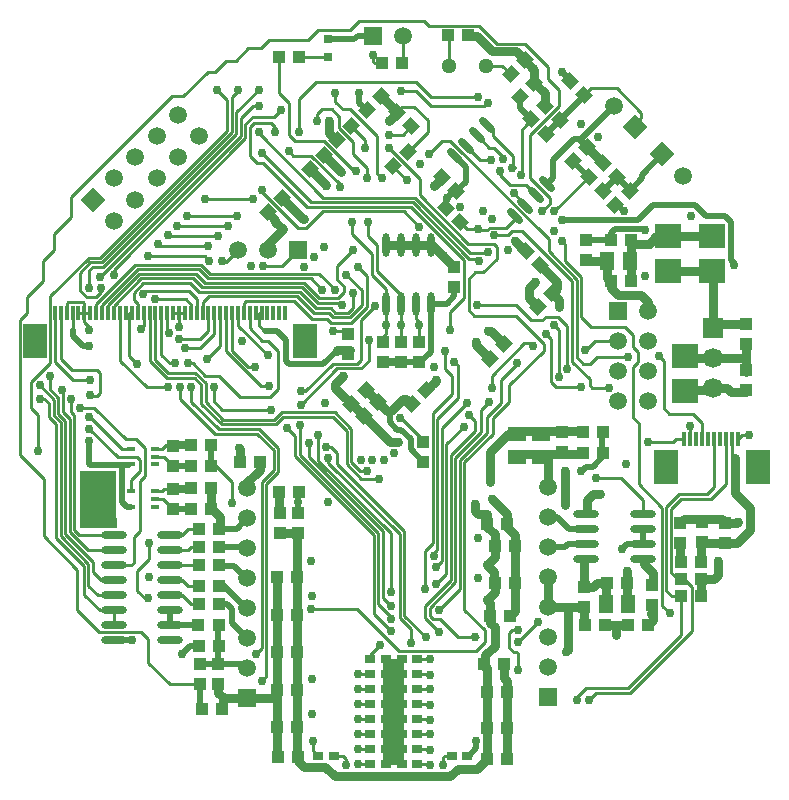
<source format=gtl>
%FSDAX23Y23*%
%MOIN*%
%SFA1B1*%

%IPPOS*%
%AMD13*
4,1,4,0.006900,-0.023600,0.023600,-0.006900,-0.006900,0.023600,-0.023600,0.006900,0.006900,-0.023600,0.0*
1,1,0.023600,0.015300,-0.015300*
1,1,0.023600,-0.015300,0.015300*
%
%AMD17*
4,1,4,-0.001300,0.029200,-0.029200,0.001300,0.001300,-0.029200,0.029200,-0.001300,-0.001300,0.029200,0.0*
%
%AMD18*
4,1,4,0.029200,0.001300,0.001300,0.029200,-0.029200,-0.001300,-0.001300,-0.029200,0.029200,0.001300,0.0*
%
%AMD35*
4,1,4,-0.041700,0.000000,0.000000,-0.041700,0.041700,0.000000,0.000000,0.041700,-0.041700,0.000000,0.0*
%
%AMD40*
4,1,4,0.000000,-0.041700,0.041700,0.000000,0.000000,0.041700,-0.041700,0.000000,0.000000,-0.041700,0.0*
%
%ADD10R,0.039400X0.043300*%
%ADD11R,0.043300X0.039400*%
%ADD12R,0.031500X0.031500*%
G04~CAMADD=13~3~0.0~0.0~236.0~669.0~0.0~0.0~0~0.0~0.0~0.0~0.0~0~0.0~0.0~0.0~0.0~0~0.0~0.0~0.0~225.0~540.0~540.0*
%ADD13D13*%
%ADD14O,0.023600X0.078700*%
%ADD15O,0.086600X0.023600*%
%ADD16R,0.027600X0.015700*%
G04~CAMADD=17~9~0.0~0.0~394.0~433.0~0.0~0.0~0~0.0~0.0~0.0~0.0~0~0.0~0.0~0.0~0.0~0~0.0~0.0~0.0~45.0~584.0~583.0*
%ADD17D17*%
G04~CAMADD=18~9~0.0~0.0~394.0~433.0~0.0~0.0~0~0.0~0.0~0.0~0.0~0~0.0~0.0~0.0~0.0~0~0.0~0.0~0.0~315.0~584.0~583.0*
%ADD18D18*%
%ADD19R,0.035400X0.027600*%
%ADD20R,0.059100X0.059100*%
%ADD21C,0.059100*%
%ADD22R,0.013800X0.049200*%
%ADD23R,0.086600X0.078700*%
%ADD24R,0.051200X0.059100*%
%ADD25R,0.059100X0.051200*%
%ADD26R,0.011800X0.049200*%
%ADD27C,0.010000*%
%ADD28C,0.020000*%
%ADD29C,0.030000*%
%ADD30R,0.078700X0.118100*%
%ADD31R,0.051400X0.353600*%
%ADD32R,0.121000X0.075000*%
%ADD33R,0.121000X0.130000*%
%ADD34R,0.122000X0.038000*%
G04~CAMADD=35~10~0.0~590.4~0.0~0.0~0.0~0.0~0~0.0~0.0~0.0~0.0~0~0.0~0.0~0.0~0.0~0~0.0~0.0~0.0~135.0~590.4~0.0*
%ADD35D35*%
%ADD36C,0.051200*%
%ADD37R,0.059100X0.059100*%
%ADD38R,0.066900X0.066900*%
%ADD39C,0.066900*%
G04~CAMADD=40~10~0.0~590.4~0.0~0.0~0.0~0.0~0~0.0~0.0~0.0~0.0~0~0.0~0.0~0.0~0.0~0~0.0~0.0~0.0~225.0~590.4~0.0*
%ADD40D40*%
%ADD41C,0.030000*%
%LNde-020717-1*%
%LPD*%
G54D10*
X03885Y03148D03*
Y03081D03*
X03880Y01925D03*
Y01991D03*
X02865Y02171D03*
Y02238D03*
X03330Y02808D03*
Y02741D03*
X04105Y01998D03*
Y01931D03*
X02600Y01735D03*
Y01668D03*
X03210Y02741D03*
Y02808D03*
X03270Y02741D03*
Y02808D03*
X04420Y02715D03*
Y02648D03*
Y02801D03*
Y02868D03*
X03447Y03059D03*
Y02992D03*
X04350Y02207D03*
Y02140D03*
X04200Y02207D03*
Y02140D03*
X02509Y02319D03*
Y02252D03*
X02660Y01668D03*
Y01735D03*
X02509Y02464D03*
Y02397D03*
X03344Y02409D03*
Y02476D03*
X02925Y02238D03*
Y02171D03*
X03092Y02837D03*
Y02770D03*
X03805Y02441D03*
Y02508D03*
X04273Y02208D03*
Y02141D03*
G54D11*
X04268Y02077D03*
X04201D03*
X03943Y02510D03*
X03876D03*
X04025Y01866D03*
X04092D03*
X02637Y02321D03*
X02570D03*
Y02251D03*
X02637D03*
X02596Y01795D03*
X02663D03*
X02661Y01865D03*
X02594D03*
X02663Y01935D03*
X02596D03*
X02663Y01995D03*
X02596D03*
X02637Y02466D03*
X02570D03*
X02663Y02065D03*
X02596D03*
X02663Y02125D03*
X02596D03*
X02663Y02185D03*
X02596D03*
X02861Y03760D03*
X02928D03*
X02570Y02396D03*
X02637D03*
X03273Y03740D03*
X03206D03*
X04270Y01961D03*
X04203D03*
X04270Y02019D03*
X04203D03*
X04036Y03150D03*
X03969D03*
X04036Y03011D03*
X03969D03*
X03948Y01865D03*
X03881D03*
X04023Y02005D03*
X03956D03*
X02673Y01585D03*
X02606D03*
X02731Y02410D03*
X02798D03*
X03492Y03831D03*
X03425D03*
X02858Y01427D03*
X02925D03*
X02856Y01525D03*
X02923D03*
X02856Y01650D03*
X02923D03*
X02856Y01775D03*
X02923D03*
X02856Y01900D03*
X02923D03*
X02856Y02025D03*
X02923D03*
X03623Y02202D03*
X03556D03*
X03648Y02130D03*
X03581D03*
X03648Y02005D03*
X03581D03*
X03876Y02440D03*
X03943D03*
X03633Y01897D03*
X03566D03*
X03613Y01735D03*
X03546D03*
X03623Y01642D03*
X03556D03*
X03623Y01521D03*
X03556D03*
X03623Y01420D03*
X03556D03*
X02928Y02310D03*
X02861D03*
G54D12*
X03025Y03819D03*
Y03760D03*
G54D13*
X03649Y03229D03*
X03684Y03264D03*
X03720Y03300D03*
X03755Y03335D03*
X03450Y03428D03*
X03485Y03463D03*
X03521Y03499D03*
X03556Y03534D03*
G54D14*
X03219Y02936D03*
X03269D03*
X03319D03*
X03369D03*
X03219Y03133D03*
X03269D03*
X03319D03*
X03369D03*
G54D15*
X03886Y02235D03*
Y02185D03*
Y02135D03*
Y02085D03*
X04075Y02235D03*
Y02185D03*
Y02135D03*
Y02085D03*
X02500Y01815D03*
Y01865D03*
Y01915D03*
Y01965D03*
Y02015D03*
Y02065D03*
Y02115D03*
Y02165D03*
X02311Y01815D03*
Y01865D03*
Y01915D03*
Y01965D03*
Y02015D03*
Y02065D03*
Y02115D03*
Y02165D03*
G54D16*
X02449Y02260D03*
Y02286D03*
Y02311D03*
X02368D03*
Y02260D03*
X02449Y02401D03*
Y02427D03*
Y02452D03*
X02368D03*
Y02401D03*
G54D17*
X03752Y03504D03*
X03704Y03551D03*
X03878Y03631D03*
X03831Y03678D03*
X03942Y03313D03*
X03895Y03360D03*
X03256Y03575D03*
X03303Y03528D03*
X03453Y03311D03*
X03406Y03358D03*
X03750Y03597D03*
X03798Y03550D03*
X03941Y03406D03*
X03988Y03359D03*
X03733Y03066D03*
X03686Y03113D03*
X03466Y03208D03*
X03419Y03255D03*
G54D18*
X03984Y03267D03*
X04031Y03314D03*
X03056Y03481D03*
X03103Y03528D03*
X03714Y03674D03*
X03667Y03627D03*
X03888Y03458D03*
X03841Y03411D03*
X03683Y03748D03*
X03636Y03701D03*
X03613Y02801D03*
X03566Y02754D03*
X03306Y02601D03*
X03353Y02648D03*
X03193Y02608D03*
X03146Y02561D03*
X03151Y02650D03*
X03104Y02603D03*
X03772Y02972D03*
X03725Y02925D03*
X03156Y03581D03*
X03203Y03628D03*
X02966Y03386D03*
X03013Y03433D03*
X02826Y03241D03*
X02873Y03288D03*
X03244Y03395D03*
X03291Y03442D03*
G54D19*
X03167Y01753D03*
X03219D03*
X03324D03*
X03273D03*
X03167Y01701D03*
X03219D03*
X03167Y01651D03*
X03219D03*
X03167Y01601D03*
X03219D03*
X03167Y01551D03*
X03219D03*
X03167Y01501D03*
X03219D03*
X03167Y01451D03*
X03219D03*
X03167Y01401D03*
X03219D03*
X03045Y01430D03*
X02994D03*
X03439D03*
X03490D03*
X03324Y01401D03*
X03273D03*
X03324Y01451D03*
X03273D03*
X03324Y01501D03*
X03273D03*
X03324Y01551D03*
X03273D03*
X03324Y01601D03*
X03273D03*
X03324Y01651D03*
X03273D03*
X03324Y01701D03*
X03273D03*
G54D20*
X02925Y03115D03*
X03175Y03830D03*
G54D21*
X02825Y03115D03*
X02725D03*
X02596Y03496D03*
X02525Y03567D03*
Y03425D03*
X02455Y03496D03*
Y03355D03*
X02384Y03425D03*
Y03284D03*
X02313Y03355D03*
Y03213D03*
X03275Y03830D03*
X03760Y02325D03*
Y02225D03*
Y02125D03*
Y02025D03*
Y01925D03*
Y01825D03*
Y01725D03*
X02757Y02321D03*
Y02221D03*
Y02121D03*
Y02021D03*
Y01921D03*
Y01821D03*
Y01721D03*
X03979Y03595D03*
X04210Y03364D03*
X04093Y02911D03*
X03993Y02811D03*
X04093D03*
X03993Y02711D03*
X04093D03*
X03993Y02611D03*
X04093D03*
G54D22*
X04214Y02485D03*
X04234D03*
X04254D03*
X04273D03*
X04293D03*
X04313D03*
X04332D03*
X04352D03*
X04372D03*
X04393D03*
G54D23*
X04215Y02645D03*
Y02764D03*
X04305Y03045D03*
Y03164D03*
X04160Y03045D03*
Y03164D03*
G54D24*
X03957Y03080D03*
X04032D03*
X03952Y01935D03*
X04027D03*
G54D25*
X03735Y02427D03*
Y02502D03*
X03655Y02427D03*
Y02502D03*
G54D26*
X02116Y02905D03*
X02135D03*
X02155D03*
X02175D03*
X02194D03*
X02214D03*
X02234D03*
X02253D03*
X02273D03*
X02293D03*
X02312D03*
X02332D03*
X02352D03*
X02371D03*
X02391D03*
X02411D03*
X02431D03*
X02450D03*
X02470D03*
X02490D03*
X02509D03*
X02529D03*
X02549D03*
X02568D03*
X02588D03*
X02608D03*
X02627D03*
X02647D03*
X02667D03*
X02686D03*
X02706D03*
X02726D03*
X02745D03*
X02765D03*
X02785D03*
X02805D03*
X02824D03*
X02844D03*
X02864D03*
X02883D03*
G54D27*
X03042Y02846D02*
X03095D01*
X03041Y02736D02*
X03122D01*
X02950Y02645D02*
X03041Y02736D01*
X02935Y02645D02*
X02950D01*
X02795Y02864D02*
Y02905D01*
Y02864D02*
X02815Y02845D01*
X02860Y02652D02*
Y02780D01*
X02826Y02814D02*
X02860Y02780D01*
X02807Y02814D02*
X02826D01*
X02833Y02625D02*
X02860Y02652D01*
X02623Y02751D02*
X02667Y02795D01*
Y02905*
X02175Y02904D02*
X02175Y02905D01*
X02175Y02850D02*
Y02904D01*
X02214Y02875D02*
Y02905D01*
Y02875D02*
X02230Y02860D01*
Y02850D02*
Y02860D01*
X02362Y02762D02*
Y02905D01*
Y02762D02*
X02390Y02735D01*
X02421Y02659D02*
X02491D01*
X02332Y02747D02*
X02421Y02659D01*
X02332Y02747D02*
Y02905D01*
X02490Y02845D02*
X02495Y02840D01*
X02490Y02845D02*
Y02905D01*
X02470Y02767D02*
Y02905D01*
Y02767D02*
X02498Y02740D01*
X02265Y03090D02*
X02690Y03514D01*
X02228Y03090D02*
X02265D01*
X02100Y02961D02*
X02228Y03090D01*
X02241Y03060D02*
X02277D01*
X02230Y03049D02*
X02241Y03060D01*
X02230Y02990D02*
Y03049D01*
X02271Y03075D02*
X02705Y03508D01*
X02234Y03075D02*
X02271D01*
X02200Y03040D02*
X02234Y03075D01*
X02277Y03060D02*
X02720Y03502D01*
X02690Y03514D02*
Y03615D01*
X02705Y03508D02*
Y03625D01*
X02720Y03502D02*
Y03575D01*
X02100Y02740D02*
Y02961D01*
X02200Y02980D02*
Y03040D01*
Y02980D02*
X02221Y02959D01*
X02251*
X02529Y02860D02*
X02530Y02860D01*
X02529Y02860D02*
Y02905D01*
X02548Y02788D02*
X02598D01*
X02647Y02837*
Y02905*
X02627Y02847D02*
Y02905D01*
X02311Y03032D02*
Y03050D01*
X02268Y02976D02*
Y02989D01*
X02251Y02959D02*
X02268Y02976D01*
X02253Y02935D02*
X02384Y03066D01*
X02559Y02738D02*
X02575D01*
X02617Y02696*
X02498Y02740D02*
X02515D01*
X02493Y02707D02*
X02584D01*
X02450Y02749D02*
X02493Y02707D01*
X02450Y02749D02*
Y02905D01*
X02489Y02688D02*
X02582D01*
X02431Y02746D02*
X02489Y02688D01*
X02431Y02746D02*
Y02905D01*
X04238Y01847D02*
Y01991D01*
X04031Y01640D02*
X04238Y01847D01*
X03480Y01916D02*
X03549Y01848D01*
Y01809D02*
Y01848D01*
X03520Y01780D02*
X03549Y01809D01*
X03480Y01916D02*
Y02409D01*
X03263Y01780D02*
X03520D01*
X02626Y03710D02*
X02649D01*
X02544Y03628D02*
X02626Y03710D01*
X02506Y03628D02*
X02544D01*
X03590Y03804D02*
X03681D01*
X03530Y03864D02*
X03590Y03804D01*
X03805Y03145D02*
X03815Y03135D01*
X02915Y02430D02*
X03178Y02167D01*
X02915Y02430D02*
Y02497D01*
X03178Y01902D02*
Y02167D01*
X02932Y02433D02*
Y02533D01*
Y02433D02*
X03193Y02173D01*
X02961Y02426D02*
Y02474D01*
Y02426D02*
X03208Y02179D01*
X02994Y02414D02*
Y02500D01*
Y02414D02*
X03235Y02173D01*
Y01975D02*
Y02173D01*
X03208Y01957D02*
Y02179D01*
X03193Y01935D02*
Y02173D01*
X02649Y02504D02*
X02790D01*
X02533Y02620D02*
X02649Y02504D01*
X02661Y02519D02*
X02797D01*
X02570Y02610D02*
X02661Y02519D01*
X02570Y02610D02*
Y02660D01*
X02651Y02396D02*
X02706Y02341D01*
X02637Y02396D02*
X02651D01*
X02706Y02272D02*
Y02341D01*
X03363Y03436D02*
Y03437D01*
X03405Y03479*
X03434*
X03761Y03152*
X03525Y03185D02*
X03526Y03184D01*
X03558*
X03564Y03190*
X03620*
X03652Y03222*
X03270Y02555D02*
X03345Y02480D01*
X02850Y03510D02*
Y03525D01*
X02705Y03625D02*
X02733Y03653D01*
X03516Y03041D02*
X03544D01*
X03530Y03080D02*
Y03087D01*
X03220Y02865D02*
Y02935D01*
Y02835D02*
Y02865D01*
X03210Y02825D02*
X03220Y02835D01*
X03210Y02808D02*
Y02825D01*
X03330Y02865D02*
D01*
Y02808D02*
Y02865D01*
Y02875D01*
X03319Y02885D02*
X03330Y02875D01*
X03319Y02885D02*
Y02936D01*
X03700Y02805D02*
X03710Y02795D01*
X03652Y03222D02*
X03656D01*
X03460Y02621D02*
Y02731D01*
X03415Y02720D02*
X03440Y02695D01*
Y02636D02*
Y02695D01*
X03415Y02720D02*
Y02779D01*
X03447Y02744D02*
X03460Y02731D01*
X03363Y01601D02*
X03365Y01599D01*
X03127Y01701D02*
X03170D01*
X03321Y01401D02*
X03364D01*
X03321Y01451D02*
X03364D01*
X03321Y01501D02*
X03365D01*
X03321Y01551D02*
X03364D01*
X03321Y01601D02*
X03363D01*
X03321Y01651D02*
X03365D01*
X03321Y01701D02*
X03364D01*
Y01753D02*
X03365Y01752D01*
X03320Y01753D02*
X03364D01*
X03127Y01401D02*
X03170D01*
X03127Y01451D02*
X03170D01*
X03127Y01501D02*
X03170D01*
X03127Y01551D02*
X03170D01*
X03127Y01601D02*
X03170D01*
X03127Y01651D02*
X03170D01*
X03108Y02972D02*
X03110D01*
X03270Y02808D02*
Y02865D01*
X03269Y02865D02*
Y02936D01*
X02928Y03760D02*
X03024D01*
X03025Y03760*
X03429Y03730D02*
Y03832D01*
X02500Y02165D02*
X02540D01*
X02560Y02185*
X02596*
X02570Y02125D02*
X02596D01*
X02560Y02115D02*
X02570Y02125D01*
X02500Y02115D02*
X02560D01*
X02500Y02065D02*
X02596D01*
X02500Y02015D02*
X02540D01*
X02560Y01995*
X02596*
X02500Y01965D02*
X02540D01*
X02570Y01935*
X02596*
X02660Y01861D02*
X02663Y01865D01*
X03651Y03298D02*
X03684Y03264D01*
X03485Y03463D02*
X03532Y03417D01*
X03568*
X03681Y03113D02*
X03686D01*
X03205Y03738D02*
X03206Y03740D01*
X03265Y02555D02*
X03270D01*
X03103Y03528D02*
X03150Y03482D01*
Y03455D02*
Y03482D01*
X02449Y02286D02*
X02475D01*
X02509Y02252*
X02449Y02311D02*
X02471D01*
X02480Y02320*
X02508*
X02509Y02319*
X02449Y02427D02*
X02479D01*
X02509Y02397*
X02449Y02452D02*
X02472D01*
X02485Y02465*
X02509D02*
X02510Y02466D01*
X02485Y02465D02*
X02509D01*
X03386Y02003D02*
X03420Y02037D01*
X03395Y01915D02*
X03465Y01985D01*
X03385Y02060D02*
X03405Y02080D01*
X03167Y01753D02*
Y01767D01*
X03200Y01800*
X03235Y01885D02*
Y01893D01*
X02888Y02524D02*
X02915Y02497D01*
X03521Y03499D02*
X03564Y03456D01*
X03579*
X03651Y03298D02*
X03654Y03301D01*
X03649Y03306D02*
X03654Y03301D01*
X03646Y03306D02*
X03649D01*
X03600Y03365D02*
X03632Y03333D01*
X03601Y02681D02*
X03656Y02736D01*
Y02739*
X03571Y02655D02*
Y02696D01*
X03640Y01850D02*
X03660D01*
X03630Y01840D02*
X03640Y01850D01*
X03630Y01790D02*
Y01840D01*
Y01790D02*
X03645Y01775D01*
X03655*
X03660Y01770*
Y01715D02*
Y01770D01*
Y01810D02*
X03725Y01875D01*
X03770Y02675D02*
X03785Y02660D01*
X03600Y03365D02*
Y03380D01*
X03579Y03456D02*
X03610Y03425D01*
Y03420D02*
Y03425D01*
X03556Y03534D02*
X03575Y03515D01*
X03551Y03730D02*
X03607D01*
X03636Y03701*
X02970Y01920D02*
X03123D01*
X03133Y01910*
X03209Y01834*
X03545Y03595D02*
X03555Y03605D01*
X03560*
X02520Y03195D02*
X02521Y03196D01*
X02465Y03130D02*
X02625D01*
X02490Y03165D02*
X02492Y03163D01*
X02658*
X02555Y03230D02*
X02556Y03229D01*
X02724*
X02615Y03285D02*
X02775D01*
X02521Y03196D02*
X02691D01*
X02265Y01915D02*
X02311D01*
X02260Y01965D02*
X02311D01*
X02270Y02015D02*
X02311D01*
X02212Y01967D02*
X02265Y01915D01*
X02227Y01997D02*
X02260Y01965D01*
X02242Y02042D02*
X02270Y02015D01*
X02868Y03583D02*
Y03584D01*
X02420Y03095D02*
X02425D01*
X02311Y02065D02*
X02370D01*
X02170Y02575D02*
X02180Y02565D01*
X02170Y02575D02*
Y02620D01*
X02100Y02651D02*
Y02695D01*
X02065Y02620D02*
X02080D01*
X02065Y02665D02*
X02112Y02617D01*
X02100Y02651D02*
X02127Y02623D01*
X02140Y02650D02*
X02142Y02647D01*
Y02576D02*
X02165Y02553D01*
X02142Y02576D02*
Y02647D01*
X02127Y02569D02*
Y02623D01*
Y02569D02*
X02150Y02547D01*
X02112Y02563D02*
X02135Y02541D01*
X02112Y02563D02*
Y02617D01*
X02080Y02620D02*
X02095Y02605D01*
Y02560D02*
X02120Y02535D01*
X02095Y02560D02*
Y02605D01*
X02035Y02675D02*
X02100Y02740D01*
X02311Y01865D02*
Y01915D01*
X02060Y02445D02*
Y02565D01*
X02035Y02590D02*
Y02675D01*
Y02590D02*
X02060Y02565D01*
X02368Y02311D02*
Y02348D01*
X02400Y02380*
Y02415*
X02390Y02425D02*
X02400Y02415D01*
X02338Y02452D02*
X02368D01*
X02230Y02561D02*
Y02565D01*
Y02561D02*
X02338Y02452D01*
X02230Y02520D02*
X02325Y02425D01*
X02390*
X03304Y01806D02*
Y01851D01*
X03351Y01825D02*
Y01825D01*
X03350Y01930D02*
X03435Y02016D01*
X03365Y01924D02*
X03450Y02010D01*
X03350Y01890D02*
Y01930D01*
Y01890D02*
X03395Y01844D01*
X03365Y01896D02*
Y01924D01*
Y01896D02*
X03376Y01885D01*
X03400*
X03460Y01825*
X03525*
X03671Y03517D02*
X03704Y03551D01*
X03780Y03245D02*
X03895Y03360D01*
X03575Y03495D02*
Y03515D01*
X03642Y03398D02*
Y03428D01*
X03575Y03495D02*
X03642Y03428D01*
X03632Y03333D02*
X03687D01*
X03642Y03398D02*
X03650Y03390D01*
X03687Y03333D02*
X03720Y03300D01*
X03670Y03365D02*
X03671Y03366D01*
Y03517*
X03780Y03245D02*
X03780D01*
X03065Y03325D02*
Y03335D01*
X03751Y02837D02*
X03770Y02818D01*
Y02675D02*
Y02818D01*
X03571Y02696D02*
X03680Y02805D01*
X03700*
X03752Y02893D02*
X03794D01*
X03823Y02864*
X03280Y01896D02*
X03351Y01825D01*
X03265Y01890D02*
X03304Y01851D01*
X03420Y02468D02*
X03478Y02526D01*
X03405Y02523D02*
X03489Y02607D01*
X03390Y02551D02*
X03460Y02621D01*
X03375Y02571D02*
X03440Y02636D01*
X03465Y01985D02*
Y02415D01*
X03450Y02010D02*
Y02424D01*
X03435Y02016D02*
Y02433D01*
X03420Y02037D02*
Y02468D01*
X03405Y02080D02*
Y02523D01*
X03379Y02097D02*
Y02106D01*
X03390Y02117*
Y02551*
X04393Y02485D02*
X04406Y02498D01*
X04429*
X04372Y02429D02*
X04381Y02421D01*
X04372Y02429D02*
Y02485D01*
X04186D02*
X04214D01*
X04177Y02476D02*
X04186Y02485D01*
X04094Y02476D02*
X04177D01*
X04202Y02287D02*
X04302D01*
X04352Y02337*
Y02485*
X04195Y02302D02*
X04290D01*
X04313Y02325*
Y02485*
X02120Y02157D02*
Y02535D01*
Y02157D02*
X02212Y02064D01*
Y01967D02*
Y02064D01*
X02135Y02163D02*
Y02541D01*
Y02163D02*
X02227Y02070D01*
X02150Y02169D02*
Y02547D01*
Y02169D02*
X02242Y02076D01*
X02225Y02115D02*
X02311D01*
X02165Y02175D02*
X02225Y02115D01*
X02165Y02175D02*
Y02553D01*
X02180Y02181D02*
X02196Y02165D01*
X02311*
X02180Y02181D02*
Y02565D01*
X02227Y01997D02*
Y02070D01*
X02242Y02042D02*
Y02076D01*
X02253Y02213D02*
D01*
X02252Y02258D02*
X02253Y02256D01*
X02200Y02590D02*
X02247D01*
X02352Y02485*
X02387*
X02416Y02456*
X02370Y02065D02*
X02379Y02074D01*
Y02158*
X02895Y03445D02*
X02910Y03430D01*
X02970*
X03065Y03335*
X03112Y03380D02*
X03120D01*
X04169Y02254D02*
X04202Y02287D01*
X04154Y02260D02*
X04195Y02302D01*
X04169Y02040D02*
Y02254D01*
Y02040D02*
X04191Y02019D01*
X04203*
X03815Y03080D02*
Y03135D01*
X03580Y03165D02*
X03625D01*
X03640Y03180*
X03785Y02660D02*
X03870D01*
X03916Y02811D02*
X03993D01*
X02805Y03310D02*
X02925Y03190D01*
X02805Y03310D02*
Y03315D01*
X03275Y03741D02*
Y03830D01*
X03273Y03740D02*
X03275Y03741D01*
X03180Y03740D02*
X03206D01*
X03175Y03745D02*
X03180Y03740D01*
X02765Y03430D02*
X02790Y03405D01*
X02795Y03505D02*
Y03510D01*
Y03515*
X02835Y03540D02*
X02850Y03525D01*
X02653Y03650D02*
X02655D01*
X02690Y03615*
X02720Y03575D02*
X02795Y03650D01*
Y03656*
X02735Y03555D02*
X02775Y03595D01*
X02795*
X02765Y03430D02*
Y03525D01*
X02780Y03540*
X02835*
X02750Y03535D02*
X02775Y03560D01*
X02845*
X02868Y03583*
X03435Y02433D02*
X03515Y02513D01*
X03480Y02409D02*
X03575Y02503D01*
X03515Y02513D02*
Y02545D01*
X03495Y02565D02*
X03515Y02545D01*
X03450Y02424D02*
X03535Y02509D01*
Y02581*
X03563Y02609*
X03465Y02415D02*
X03555Y02505D01*
X03765Y03270D02*
Y03290D01*
X03740Y03245D02*
X03765Y03270D01*
X03681Y03804D02*
X03760Y03725D01*
X04050Y03535D02*
X04070Y03555D01*
X04050Y03525D02*
Y03535D01*
X03878Y03631D02*
X03902Y03655D01*
X03219Y02936D02*
Y02985D01*
X03269Y02936D02*
Y02965D01*
X02795Y03505D02*
X03010Y03290D01*
X02805Y03440D02*
X02970Y03275D01*
X03105Y03170D02*
Y03210D01*
X03160Y03161D02*
Y03210D01*
X03155Y03355D02*
Y03390D01*
X03110Y03435D02*
X03155Y03390D01*
X03110Y03435D02*
Y03477D01*
X03064Y03523D02*
X03110Y03477D01*
X03100Y03585D02*
X03190Y03495D01*
X03075Y03585D02*
X03100D01*
X02861Y03638D02*
Y03760D01*
Y03638D02*
X02895Y03605D01*
X03012Y03480D02*
X03112Y03380D01*
X02895Y03500D02*
Y03605D01*
X03050Y03610D02*
X03075Y03585D01*
X03050Y03610D02*
Y03640D01*
X02895Y03500D02*
X02915Y03480D01*
X03012*
X02930Y03510D02*
Y03620D01*
X02990Y03570D02*
X03005Y03585D01*
X02990Y03545D02*
Y03570D01*
X03005Y03585D02*
X03040D01*
X03064Y03560*
Y03523D02*
Y03560D01*
X03175Y03745D02*
Y03765D01*
X02930Y03620D02*
X02985Y03675D01*
X02790Y03405D02*
X02810D01*
X02955Y03260*
X02623Y02751D02*
X02627Y02747D01*
X02805Y01680D02*
X02820Y01695D01*
X02785Y01770D02*
X02805Y01790D01*
Y02341*
X02820Y01695D02*
Y02335D01*
X04154Y01980D02*
Y02260D01*
Y01980D02*
X04174Y01961D01*
X04203*
X03410Y01400D02*
Y01425D01*
X03415Y01430*
X03439*
X03045D02*
X03075D01*
X03085Y01420*
Y01400D02*
Y01420D01*
X02975Y01449D02*
X02994Y01430D01*
X02975Y01449D02*
Y01480D01*
X04139Y01930D02*
Y02257D01*
Y01930D02*
X04165Y01905D01*
X04203Y01833D02*
Y01961D01*
X03855Y01615D02*
Y01625D01*
X03885Y01655*
X04025*
X04203Y01833*
X03895Y01615D02*
X03920Y01640D01*
X04031*
X04211Y02019D02*
X04238Y01991D01*
X04203Y02019D02*
X04211D01*
X02820Y02335D02*
X02860Y02375D01*
X02805Y02341D02*
X02845Y02381D01*
X02828Y02590D02*
X02835Y02583D01*
X02379Y02158D02*
X02400Y02179D01*
Y02345*
X02416Y02361*
Y02456*
X02430Y02085D02*
Y02140D01*
X02390Y02045D02*
X02430Y02085D01*
X02390Y01980D02*
Y02045D01*
Y01980D02*
X02415Y01955D01*
X02425*
X03555Y02505D02*
Y02560D01*
X03601Y02606*
Y02681*
X03575Y02503D02*
Y02555D01*
X03630Y02610*
Y02665*
X03745Y02780*
Y02804*
X03521Y02933D02*
X03651D01*
X03544Y03041D02*
X03590Y03087D01*
Y03125*
X03495Y02915D02*
Y03020D01*
X03516Y03041*
X02925Y03190D02*
X02954D01*
X03009Y03245*
X03907Y02657D02*
X03962D01*
X03899Y02665D02*
X03907Y02657D01*
X04015Y02860D02*
X04043Y02832D01*
X04062Y02335D02*
X04139Y02257D01*
X04062Y02335D02*
Y02538D01*
X04043Y02557D02*
X04062Y02538D01*
X03640Y03180D02*
X03671D01*
X03887Y02782D02*
X03916Y02811D01*
X03882Y02782D02*
X03887D01*
X03780Y02865D02*
X03797Y02848D01*
Y02691D02*
Y02848D01*
X03823Y02719D02*
Y02864D01*
X03840Y02744D02*
Y03011D01*
X03904Y02860D02*
X04015D01*
X03855Y02758D02*
X03876Y02737D01*
X03898*
X03921Y02760*
X04025*
X04043Y02793D02*
Y02832D01*
Y02793D02*
X04060Y02776D01*
Y02744D02*
Y02776D01*
X04043Y02727D02*
X04060Y02744D01*
X04043Y02557D02*
Y02727D01*
X04129Y02761D02*
X04145Y02745D01*
Y02588D02*
Y02745D01*
Y02588D02*
X04163Y02570D01*
X04242*
X04273Y02538*
Y02485D02*
Y02538D01*
X03840Y02744D02*
X03899Y02685D01*
Y02665D02*
Y02685D01*
X03761Y03111D02*
Y03152D01*
X03350Y01985D02*
Y02114D01*
X03375Y02139*
Y02571*
X03027Y02407D02*
Y02423D01*
Y02407D02*
X03265Y02169D01*
Y01890D02*
Y02169D01*
X03280Y01896D02*
Y02180D01*
X03178Y01902D02*
X03235Y01845D01*
X03193Y01935D02*
X03235Y01893D01*
X03208Y01957D02*
X03235Y01930D01*
X03209Y01834D02*
X03263Y01780D01*
X02860Y02375D02*
Y02456D01*
X02845Y02381D02*
Y02449D01*
X02797Y02519D02*
X02860Y02456D01*
X02790Y02504D02*
X02845Y02449D01*
X04075Y02235D02*
Y02283D01*
X04001Y02357D02*
X04075Y02283D01*
X03918Y02357D02*
X04001D01*
X03057Y02403D02*
X03280Y02180D01*
X03020Y02460D02*
X03037D01*
X03057Y02440*
Y02403D02*
Y02440D01*
X03162Y02747D02*
Y02816D01*
X03495Y02915D02*
X03513Y02897D01*
X03652*
X03745Y02804*
X04234Y02485D02*
Y02528D01*
X04233Y02530D02*
X04234Y02528D01*
X03009Y03245D02*
X03278D01*
X03329Y03194*
X02955Y03260D02*
X03303D01*
X03480Y03083*
X02970Y03275D02*
X03309D01*
X03010Y03290D02*
X03316D01*
X03499Y03106D02*
X03553D01*
X03309Y03275D02*
X03497Y03087D01*
X03530*
X03579Y03135D02*
X03590Y03125D01*
X03494Y03135D02*
X03579D01*
X03316Y03290D02*
X03499Y03106D01*
X03466Y03208D02*
X03490Y03185D01*
X03525*
X03332Y03298D02*
X03494Y03135D01*
X03332Y03298D02*
Y03353D01*
X03230Y03455D02*
X03332Y03353D01*
X03230Y03500D02*
X03275D01*
X03303Y03528*
X02985Y03675D02*
X03318D01*
X03368Y03625*
X03525*
X03270Y03645D02*
X03320D01*
X03370Y03595*
X03545*
X03273Y03593D02*
X03313D01*
X03358Y03548*
Y03509D02*
Y03548D01*
X03291Y03442D02*
X03358Y03509D01*
X03256Y03575D02*
X03256Y03575D01*
X03273Y03593*
X03244Y03392D02*
Y03395D01*
Y03392D02*
X03288Y03349D01*
X03190Y03370D02*
X03205Y03355D01*
X03190Y03370D02*
Y03495D01*
X02170Y03292D02*
X02506Y03628D01*
X02000Y02431D02*
X02078Y02353D01*
Y02162D02*
Y02353D01*
Y02162D02*
X02190Y02050D01*
X02264Y01841D02*
X02404D01*
X02427Y01818*
Y01739D02*
Y01818D01*
Y01739D02*
X02498Y01668D01*
X02600*
X02190Y01915D02*
Y02050D01*
Y01915D02*
X02264Y01841D01*
X03902Y03655D02*
X03988D01*
X04070Y03573*
Y03555D02*
Y03573D01*
X03099Y03850D02*
X03129Y03880D01*
X03345*
X02649Y03710D02*
X02686Y03747D01*
X02718*
X02760Y03789*
X02803*
X02830Y03816*
X02958*
X02992Y03850*
X03099*
X03700Y03355D02*
X03765Y03290D01*
X03700Y03355D02*
Y03499D01*
X03797Y03596*
X03760Y03686D02*
Y03725D01*
Y03686D02*
X03797Y03649D01*
Y03596D02*
Y03649D01*
X03345Y03880D02*
X03361Y03864D01*
X03530*
X02112Y03169D02*
X02170Y03227D01*
Y03292*
X02112Y03116D02*
Y03169D01*
X02075Y03079D02*
X02112Y03116D01*
X02075Y03011D02*
Y03079D01*
X02022Y02958D02*
X02075Y03011D01*
X02000Y02431D02*
Y02884D01*
X02022Y02906*
Y02958*
X03671Y03180D02*
X03840Y03011D01*
X03855Y02758D02*
Y03017D01*
X03761Y03111D02*
X03855Y03017D01*
X03870Y02894D02*
X03904Y02860D01*
X03815Y03080D02*
X03870Y03025D01*
Y02894D02*
Y03025D01*
X02155Y02905D02*
Y02939D01*
X02160Y02944*
X02194Y02905D02*
X02214D01*
X02234*
X02160Y02944D02*
X02209D01*
X02214Y02938*
Y02905D02*
Y02938D01*
X02509Y02905D02*
X02529D01*
X02549*
X02255Y02716D02*
X02265Y02706D01*
Y02638D02*
Y02706D01*
X02255Y02628D02*
X02265Y02638D01*
X02234Y02628D02*
X02255D01*
X02231Y02631D02*
X02234Y02628D01*
X02116Y02744D02*
Y02905D01*
Y02744D02*
X02177Y02683D01*
X02233*
X02135Y02752D02*
Y02905D01*
Y02752D02*
X02172Y02716D01*
X02255*
X02533Y02620D02*
Y02660D01*
X03132Y02380D02*
X03157D01*
X03103Y02409D02*
X03132Y02380D01*
X03103Y02409D02*
Y02520D01*
X03048Y02575D02*
X03103Y02520D01*
X02871Y02575D02*
X03048D01*
X02877Y02560D02*
X03041D01*
X03088Y02513*
Y02402D02*
Y02513D01*
Y02402D02*
X03136Y02354D01*
X03195*
X02604Y02602D02*
X02671Y02535D01*
X02852*
X02877Y02560*
X02846Y02550D02*
X02871Y02575D01*
X02619Y02608D02*
X02677Y02550D01*
X02846*
X02604Y02602D02*
Y02666D01*
X02584Y02707D02*
X02619Y02672D01*
Y02608D02*
Y02672D01*
X03189Y03046D02*
X03269Y02965D01*
X03189Y03046D02*
Y03132D01*
X03160Y03161D02*
X03189Y03132D01*
X03173Y03032D02*
X03219Y02985D01*
X03173Y03032D02*
Y03102D01*
X03105Y03170D02*
X03173Y03102D01*
X03110Y02924D02*
Y02972D01*
X02674Y02583D02*
X02835D01*
X02645Y02612D02*
X02674Y02583D01*
X02411Y02861D02*
Y02905D01*
X02402Y02852D02*
X02411Y02861D01*
X02425Y03095D02*
X02615D01*
X02630Y03080*
X02809Y03062D02*
X02872D01*
X02925Y03115*
X02628Y02961D02*
X02923D01*
X02608Y02941D02*
X02628Y02961D01*
X02608Y02905D02*
Y02941D01*
X03095Y02846D02*
X03100Y02841D01*
X02582Y02688D02*
X02604Y02666D01*
X03087Y03034D02*
X03138Y02983D01*
Y02931D02*
Y02983D01*
X03126Y03058D02*
X03155Y03029D01*
Y02925D02*
Y03029D01*
X02935Y02600D02*
X03056Y02721D01*
X03136*
X03162Y02747*
X03122Y02736D02*
X03135Y02749D01*
X03006Y02984D02*
X03009Y02981D01*
X02753Y02946D02*
X02914D01*
X02746Y02939D02*
X02753Y02946D01*
X02746Y02905D02*
Y02939D01*
X02745Y02905D02*
X02746Y02905D01*
X03078Y02975D02*
Y02996D01*
X03065Y02939D02*
X03072Y02932D01*
X02991Y02939D02*
X03065D01*
X03050Y02907D02*
X03092D01*
X03110Y02924*
X03043Y02891D02*
X03098D01*
X02995Y02957D02*
X03060D01*
X03078Y02975*
X03037Y02873D02*
X03103D01*
X03155Y02925*
X02914Y02946D02*
X02973Y02887D01*
X03023*
X03037Y02873*
X02923Y02961D02*
X02979Y02905D01*
X03029*
X03043Y02891*
X02987Y02922D02*
X03035D01*
X03050Y02907*
X02765Y02855D02*
Y02905D01*
Y02855D02*
X02807Y02814D01*
X02312Y02905D02*
Y02929D01*
X02293Y02905D02*
Y02931D01*
X02273Y02905D02*
Y02932D01*
X02253Y02905D02*
Y02935D01*
X02726Y02864D02*
X02828Y02763D01*
X02726Y02864D02*
Y02905D01*
X03651Y02933D02*
X03703Y02881D01*
X03740*
X03752Y02893*
X02997Y03036D02*
X03048Y02985D01*
X02969Y03021D02*
X03006Y02984D01*
X02946Y03006D02*
X02995Y02957D01*
X02939Y02991D02*
X02991Y02939D01*
X02933Y02976D02*
X02987Y02922D01*
X02391Y02905D02*
Y02937D01*
X02685Y03075D02*
X02725Y03115D01*
X02681Y03079D02*
X02685Y03075D01*
X02671Y03079D02*
X02681D01*
X02379Y02950D02*
X02391Y02937D01*
X02379Y02950D02*
Y02974D01*
X02568Y02905D02*
Y02934D01*
X02552Y02951D02*
X02568Y02934D01*
X02448Y02951D02*
X02552D01*
X02588Y02905D02*
Y02954D01*
X02563Y02980D02*
X02588Y02954D01*
X02419Y02980D02*
X02563D01*
X02408Y02969D02*
X02419Y02980D01*
X02595Y02976D02*
X02933D01*
X02606Y02991D02*
X02939D01*
X02617Y03006D02*
X02946D01*
X02626Y03021D02*
X02969D01*
X02634Y03036D02*
X02997D01*
X02384Y03066D02*
X02604D01*
X02634Y03036*
X02273Y02932D02*
X02391Y03051D01*
X02596*
X02626Y03021*
X02293Y02931D02*
X02397Y03036D01*
X02587*
X02617Y03006*
X02312Y02929D02*
X02404Y03021D01*
X02576*
X02606Y02991*
X02379Y02974D02*
X02410Y03006D01*
X02565*
X02595Y02976*
X02265Y03026D02*
X02735Y03496D01*
Y03555*
X02311Y03050D02*
X02750Y03489D01*
Y03535*
X02662Y02696D02*
X02733Y02625D01*
X02617Y02696D02*
X02662D01*
X02733Y02625D02*
X02833D01*
X02686Y02778D02*
Y02905D01*
Y02778D02*
X02801Y02664D01*
X02830*
X02706Y02779D02*
Y02905D01*
Y02779D02*
X02760Y02726D01*
X02782*
X02645Y02660D02*
Y02662D01*
Y02612D02*
Y02660D01*
X03433Y02850D02*
Y02908D01*
X03480Y02955*
Y03083*
X03057Y03017D02*
X03078Y02996D01*
X03057Y03017D02*
Y03062D01*
X03110Y03115*
X03098Y02891D02*
X03138Y02931D01*
X03135Y02749D02*
Y02882D01*
X03182Y02929*
X02600Y02820D02*
X02627Y02847D01*
X02529Y02820D02*
X02600D01*
G54D28*
X03010Y02735D02*
X03055Y02780D01*
X02895Y02735D02*
X03010D01*
X02885Y02745D02*
X02895Y02735D01*
X02885Y02745D02*
Y02815D01*
X02815Y02845D02*
X02855D01*
X02885Y02815*
X02175Y02830D02*
Y02850D01*
Y02830D02*
X02210Y02795D01*
X02230*
X03424Y03288D02*
X03447Y03311D01*
X03453*
X03075Y02695D02*
X03077Y02697D01*
X03222Y02580D02*
X03232Y02570D01*
Y02541D02*
Y02570D01*
Y02541D02*
X03256Y02517D01*
X03270*
X03302Y02485*
Y02451D02*
Y02485D01*
Y02451D02*
X03344Y02409D01*
X02925Y02275D02*
Y02306D01*
Y02238D02*
Y02275D01*
X02677Y01998D02*
X02750Y01925D01*
X02713Y02062D02*
X02750Y02025D01*
X02749Y02126D02*
X02750Y02125D01*
X02856Y01429D02*
X02858Y01427D01*
X02510Y02466D02*
X02570D01*
X02925Y02306D02*
X02928Y02310D01*
X02509Y02252D02*
X02569D01*
X02509Y02319D02*
X02569D01*
X02509Y02397D02*
X02569D01*
X02570Y02396*
X02637D02*
Y02466D01*
X02500Y01865D02*
Y01915D01*
Y01865D02*
X02596D01*
X02600Y01735D02*
X02660D01*
X02743D02*
X02757Y01721D01*
X02660Y01735D02*
X02743D01*
X02660D02*
Y01861D01*
X02663Y01935D02*
X02690D01*
X02706Y01872D02*
X02757Y01821D01*
X02706Y01872D02*
Y01919D01*
X02690Y01935D02*
X02706Y01919D01*
X03450Y03428D02*
X03485Y03393D01*
Y03342D02*
Y03393D01*
X03453Y03311D02*
X03485Y03342D01*
X03885Y03148D02*
X03967D01*
X03969Y03150*
X03938Y02440D02*
D01*
X04200Y02140D02*
X04201Y02139D01*
X03760Y02225D02*
X03790D01*
X03830Y02185*
X03886*
X03760Y02125D02*
X03815D01*
X03825Y02135*
X03886*
X04075D02*
Y02185D01*
Y02135D02*
D01*
X02666Y02062D02*
X02713D01*
X02663Y02065D02*
X02666Y02062D01*
X02663Y02125D02*
X02748D01*
X02749Y02126*
X02663Y02185D02*
X02721D01*
X02757Y02221*
X02600Y01591D02*
X02606Y01585D01*
X02600Y01591D02*
Y01668D01*
X03667Y03588D02*
X03704Y03551D01*
X03667Y03588D02*
Y03627D01*
X03752Y03504D02*
X03798Y03550D01*
X03752Y03504D02*
D01*
X03841Y03411D02*
X03892Y03360D01*
X03942Y03313D02*
D01*
X03988Y03359*
X04031Y03316*
Y03314D02*
Y03316D01*
X04250Y03265D02*
X04285Y03230D01*
X03805Y03215D02*
X04060D01*
X04110Y03265*
X04250*
X02355Y02260D02*
X02368D01*
X02339Y02276D02*
X02355Y02260D01*
X02230Y02404D02*
Y02480D01*
Y02404D02*
X02235Y02399D01*
X02361*
X02339Y02276D02*
Y02399D01*
X03025Y03819D02*
X03114D01*
X03125Y03830*
X03175*
X03798Y03550D02*
X03800D01*
X03873Y03623*
X03755Y03335D02*
X03775Y03355D01*
X04031Y03314D02*
X04071Y03355D01*
Y03366*
X04140Y03435*
X03873Y03623D02*
Y03636D01*
X03868Y03485D02*
X03979Y03595D01*
X03862Y03485D02*
X03868D01*
X03862D02*
X03888Y03458D01*
X03775Y03355D02*
Y03415D01*
X03845Y03485*
X03862*
X03130Y03607D02*
X03156Y03581D01*
X03130Y03607D02*
Y03640D01*
X03520Y01455D02*
Y01480D01*
X03495Y01430D02*
X03520Y01455D01*
X03490Y01430D02*
X03495D01*
X03219Y01451D02*
Y01501D01*
Y01551*
Y01601D02*
Y01651D01*
Y01701*
X03270Y01399D02*
Y01751D01*
X03219Y01701D02*
Y01753D01*
X03244Y01574D02*
X03246Y01576D01*
X03219Y01574D02*
X03244D01*
X03219Y01551D02*
Y01574D01*
Y01601*
Y01401D02*
Y01451D01*
X02311Y01815D02*
X02372D01*
X02373Y01816*
X02566Y01795D02*
X02596D01*
X02539Y01768D02*
X02566Y01795D01*
X04021Y02135D02*
X04075D01*
X04006Y02120D02*
X04021Y02135D01*
X03984Y03267D02*
X03990D01*
X04012Y03246*
X03831Y03678D02*
Y03681D01*
X03805Y03708D02*
X03831Y03681D01*
X03330Y02741D02*
X03334D01*
X03210D02*
X03240D01*
X03330*
X03334D02*
X03369Y02776D01*
Y02936*
X03969Y03150D02*
Y03171D01*
X03983Y03185*
X04082*
X04084Y03184*
X03943Y02428D02*
Y02440D01*
X03908Y02393D02*
X03943Y02428D01*
X03886Y02393D02*
X03908D01*
X03938Y02440D02*
Y02510D01*
X03870Y02377D02*
Y02379D01*
Y02377D02*
X03886Y02393D01*
X03419Y03255D02*
Y03283D01*
X03424Y03288*
X04285Y03230D02*
X04350D01*
X04380Y03065D02*
Y03073D01*
X04370Y03083D02*
X04380Y03073D01*
X04370Y03083D02*
Y03210D01*
X04350Y03230D02*
X04370Y03210D01*
X03369Y02936D02*
X03421D01*
X03447Y02962*
Y02992*
G54D29*
X03056Y02781D02*
X03100D01*
X03566Y01873D02*
X03582Y01858D01*
Y01797D02*
Y01858D01*
X03550Y01765D02*
X03582Y01797D01*
X03550Y01727D02*
Y01765D01*
X03050Y02657D02*
X03146Y02561D01*
X03817Y02266D02*
Y02378D01*
X03825Y01784D02*
Y01925D01*
X03819Y01778D02*
X03825Y01784D01*
X03760Y01925D02*
X03825D01*
X03683Y03748D02*
X03714Y03717D01*
X03146Y02561D02*
D01*
X03623Y02191D02*
Y02202D01*
Y02237*
X03574Y02287D02*
X03623Y02237D01*
X03148Y02653D02*
X03222Y02580D01*
X03373Y03133D02*
X03447Y03059D01*
X03228Y03133D02*
X03373D01*
X03623Y01420D02*
Y01521D01*
X03556D02*
Y01642D01*
X02923Y02025D02*
X02926Y02021D01*
X03515Y02245D02*
Y02270D01*
Y02245D02*
X03525Y02235D01*
X03556*
X03623Y02191D02*
X03648Y02166D01*
Y02130D02*
Y02166D01*
X03580Y02006D02*
X03581Y02005D01*
X03580Y02006D02*
Y02042D01*
X03555Y02067D02*
X03580Y02042D01*
X03555Y02067D02*
X03581Y02093D01*
Y02130*
X03555Y01950D02*
X03566Y01938D01*
Y01897D02*
Y01938D01*
X03555Y01950D02*
X03581Y01976D01*
Y02005*
X03566Y01873D02*
Y01897D01*
X03556Y01687D02*
Y01721D01*
Y01687D02*
X03556Y01686D01*
Y01642D02*
Y01686D01*
Y01470D02*
Y01521D01*
Y01425D02*
Y01470D01*
X02856Y01429D02*
Y01525D01*
X02923Y01429D02*
X02925Y01427D01*
X02856Y01775D02*
Y02025D01*
X02861Y02241D02*
Y02310D01*
Y02241D02*
X02865Y02238D01*
Y02171D02*
X02925D01*
X02637Y02251D02*
Y02321D01*
X03650Y03145D02*
X03681Y03113D01*
X03222Y02580D02*
X03235D01*
X03275Y02620*
X03287*
X03306Y02601*
X02850Y03210D02*
X02875Y03185D01*
X02850Y03210D02*
Y03217D01*
X02826Y03241D02*
X02850Y03217D01*
X02966Y03386D02*
X03020Y03332D01*
X03013Y03433D02*
X03070Y03377D01*
Y03375D02*
Y03377D01*
X03030Y03507D02*
X03056Y03481D01*
X03030Y03507D02*
Y03545D01*
X03520Y02800D02*
X03566Y02754D01*
X03520Y02800D02*
Y02808D01*
X03570Y02845D02*
X03613Y02801D01*
X03560Y02845D02*
X03570D01*
X03146Y02561D02*
X03232Y02475D01*
X03260*
X03050Y02657D02*
Y02670D01*
X03075Y02695*
X03406Y03356D02*
Y03358D01*
X03380Y03330D02*
X03406Y03356D01*
X03695Y02955D02*
X03725Y02925D01*
X03695Y02955D02*
Y02990D01*
X03715Y03010*
X03772Y02972D02*
X03795Y02949D01*
X03772Y02972D02*
X03790Y02990D01*
Y03010*
X03733Y03066D02*
X03790Y03010D01*
X04160Y03045D02*
X04305D01*
X04310Y02855D02*
X04323Y02868D01*
X04420*
X04310Y02855D02*
Y03040D01*
X04305Y03045D02*
X04310Y03040D01*
X04304Y02649D02*
X04310Y02655D01*
X04355*
X04310Y02755D02*
X04420D01*
Y02801*
X04198Y02768D02*
X04211Y02755D01*
X03055Y02780D02*
X03056Y02781D01*
X03556Y02193D02*
Y02235D01*
Y02193D02*
X03581Y02168D01*
Y02130D02*
Y02168D01*
X02731Y02410D02*
Y02453D01*
X02730Y02455D02*
X02731Y02453D01*
X03969Y02988D02*
X03992Y02966D01*
X03969Y02988D02*
Y03011D01*
X03957Y03022D02*
X03969Y03011D01*
X03957Y03022D02*
Y03080D01*
X03886D02*
X03957D01*
X03885Y03081D02*
X03886Y03080D01*
X04036Y03011D02*
D01*
X03869Y02437D02*
X03871Y02440D01*
X03869Y02512D02*
X03871Y02510D01*
X03880Y01866D02*
Y01925D01*
Y01866D02*
X03881Y01865D01*
X03760Y01925D02*
Y02025D01*
X04024Y01865D02*
X04025Y01866D01*
X04023Y01938D02*
Y02046D01*
Y01938D02*
X04027Y01935D01*
X04200Y02207D02*
X04211Y02219D01*
X04274*
X04338*
X04350Y02207*
X04278Y02140D02*
X04350D01*
X04274Y02144D02*
X04278Y02140D01*
X04268Y02138D02*
X04274Y02144D01*
X04268Y02077D02*
Y02138D01*
X03880Y01991D02*
X03910D01*
X03924Y02005*
X03956*
X03952Y02001D02*
X03956Y02005D01*
X03952Y01935D02*
Y02001D01*
X03880Y01991D02*
Y02071D01*
X04080Y02068D02*
Y02072D01*
X03550Y01727D02*
X03556Y01721D01*
X02825Y03115D02*
Y03135D01*
X02875Y03185*
X02637Y02251D02*
X02639D01*
X02665Y02225*
Y02186D02*
Y02225D01*
X02663Y02185D02*
X02665Y02186D01*
X02923Y01429D02*
Y01480D01*
Y01525*
Y01587*
Y01650*
Y02170D02*
X02925Y02171D01*
X02923Y01775D02*
Y01980D01*
Y02025*
Y02125*
Y02170*
Y01650D02*
Y01775D01*
X02660Y01640D02*
Y01668D01*
Y01640D02*
X02675Y01625D01*
Y01586D02*
Y01625D01*
X02673Y01585D02*
X02675Y01586D01*
X02679Y01621D02*
X02757D01*
X02675Y01625D02*
X02679Y01621D01*
X02757D02*
X02852D01*
X02856Y01625*
Y01525D02*
Y01625D01*
Y01650*
Y01775*
X03888Y03458D02*
X03889D01*
X03941Y03406*
X03750Y03597D02*
Y03638D01*
X03714Y03674D02*
X03750Y03638D01*
X03714Y03674D02*
Y03717D01*
X03653Y03779D02*
X03683Y03748D01*
X03795Y02925D02*
Y02949D01*
X03613Y01689D02*
Y01735D01*
Y01689D02*
X03623Y01679D01*
Y01642D02*
Y01679D01*
Y01521D02*
Y01642D01*
X04350Y02140D02*
X04390D01*
X04381Y02306D02*
Y02421D01*
X04355Y02655D02*
X04368Y02641D01*
X04201Y02139D02*
X04202Y02138D01*
X04270Y01961D02*
Y02019D01*
X04312*
X04326Y02033*
Y02078*
X04200Y02078D02*
Y02140D01*
Y02078D02*
X04201Y02077D01*
X04350Y02207D02*
X04390D01*
X04393Y02210*
X04390Y02140D02*
X04432Y02182D01*
Y02255*
X04381Y02306D02*
X04432Y02255D01*
X03825Y01925D02*
X03880D01*
X03633Y01897D02*
X03650Y01913D01*
Y02135*
X03910Y02304D02*
X03932D01*
X03889Y02283D02*
X03910Y02304D01*
X03889Y02249D02*
Y02283D01*
X03760Y02325D02*
Y02436D01*
X03761Y02437*
X03650D02*
X03761D01*
X03869*
X02942Y03220D02*
X02945D01*
X02873Y03288D02*
X02942Y03220D01*
X02750Y02325D02*
Y02335D01*
X02798Y02383*
Y02410*
X04368Y02641D02*
X04420D01*
Y02708D02*
Y02715D01*
Y02755*
X04211D02*
X04310D01*
X04092Y01866D02*
X04110Y01883D01*
X03992Y02966D02*
X04069D01*
X04093Y02942*
Y02911D02*
Y02942D01*
X04110Y01883D02*
Y01931D01*
Y01998D02*
Y02038D01*
X04080Y02068D02*
X04110Y02038D01*
X04301Y03161D02*
X04305Y03164D01*
X04036Y03011D02*
Y03150D01*
X04120Y03161D02*
X04301D01*
X04036Y03150D02*
X04049Y03137D01*
X04096*
X04120Y03161*
X02925Y01413D02*
Y01427D01*
Y01413D02*
X02947Y01392D01*
X03522Y01386D02*
X03556Y01420D01*
X03551D02*
X03556Y01425D01*
X03459Y01386D02*
X03522D01*
X03986Y01834D02*
Y01864D01*
X03987Y01865*
X03948D02*
X03987D01*
X04024*
X04198Y02649D02*
X04304D01*
X03626Y02502D02*
X03655D01*
X03567Y02443D02*
X03626Y02502D01*
X03650Y02512D02*
X03869D01*
X03567Y02341D02*
Y02443D01*
X03353Y02648D02*
X03385Y02680D01*
Y02681*
X03230Y03545D02*
X03256Y03571D01*
Y03575*
X03203Y03628D02*
X03256Y03575D01*
X02947Y01392D02*
X03017D01*
X03048Y01361*
X03434*
X03459Y01386*
X03493Y03835D02*
X03499Y03829D01*
X03524*
X03574Y03779*
X03653*
G54D30*
X04153Y02393D03*
X04460D03*
X02049Y02813D03*
X02950D03*
G54D31*
X03244Y01576D03*
G54D32*
X02260Y02343D03*
G54D33*
X02260Y02252D03*
G54D34*
X02261Y02206D03*
G54D35*
X02242Y03284D03*
G54D36*
X03429Y03730D03*
X03551D03*
G54D37*
X03760Y01625D03*
X02757Y01621D03*
X03993Y02911D03*
G54D38*
X04310Y02855D03*
G54D39*
X04310Y02755D03*
Y02655D03*
G54D40*
X04050Y03525D03*
X04140Y03435D03*
G54D41*
X02230Y02795D03*
Y02850D03*
X02390Y02735D03*
X02495Y02840D03*
X02530Y02860D03*
X02548Y02788D03*
X02265Y03026D03*
X02268Y02989D03*
X02311Y03032D03*
X02515Y02740D03*
X02251Y02213D03*
X02294D03*
X02251Y02256D03*
X02294D03*
X04083Y03030D03*
X03805Y03145D03*
X03817Y02378D03*
Y02266D03*
X02706Y02272D03*
X03711Y03720D03*
X03926Y03492D03*
X03870Y03537D03*
X03544Y03245D03*
X03571Y03219D03*
X03465Y03258D03*
X03424Y03288D03*
X03574Y02287D03*
X03411Y03095D03*
X02850Y03510D03*
X03525Y03185D03*
X03220Y02865D03*
X03568Y03417D03*
X03330Y02865D03*
X02972Y01569D03*
Y01963D03*
X02925Y02275D03*
X02970Y02080D03*
X02923Y01980D03*
Y02125D03*
X03563Y02609D03*
X03395Y01915D03*
X03710Y02795D03*
X03515Y02270D03*
X03780Y02865D03*
X03526Y02021D03*
X03489Y02607D03*
X03571Y02655D03*
X03624Y01469D03*
X03556Y01470D03*
X03027Y02423D03*
X03304Y01806D03*
X03351Y01825D03*
X03395Y01844D03*
X03386Y02003D03*
X03478Y02526D03*
X03415Y02779D03*
X03447Y02744D03*
X03127Y01701D03*
X03365Y01752D03*
Y01700D03*
Y01651D03*
Y01599D03*
Y01550D03*
Y01501D03*
Y01450D03*
Y01400D03*
X03127Y01401D03*
Y01451D03*
Y01501D03*
Y01551D03*
Y01601D03*
Y01651D03*
X03195Y02354D03*
X03110Y02972D03*
X03410Y01400D03*
X03556Y01584D03*
Y01687D03*
X03555Y01950D03*
Y02067D03*
X03624Y01582D03*
X03270Y02865D03*
X02691Y03196D03*
X03650Y03145D03*
X03715Y03010D03*
X03260Y02475D03*
X03265Y02555D03*
X03075Y02695D03*
X03015Y02605D03*
X03235Y02580D03*
X02875Y03185D03*
X03020Y03330D03*
X03070Y03375D03*
X03150Y03455D03*
X03230Y03545D03*
Y03500D03*
X03030Y03545D03*
X03520Y02808D03*
X03560Y02845D03*
X03380Y03330D03*
X03055Y02780D03*
X03235Y01975D03*
Y01930D03*
X03350Y01985D03*
X03385Y02060D03*
X03525Y02155D03*
X03200Y01800D03*
X02730Y02455D03*
X02835Y02583D03*
X03020Y02460D03*
X02994Y02500D03*
X02961Y02474D03*
X02932Y02533D03*
X02935Y02600D03*
X03235Y01885D03*
X02888Y02524D03*
X02935Y02645D03*
X03235Y01845D03*
X03379Y02726D03*
X03385Y02681D03*
X03646Y03306D03*
X03656Y02739D03*
X03660Y01715D03*
Y01810D03*
Y01850D03*
X03725Y01875D03*
X03600Y03380D03*
X03610Y03420D03*
X03230Y03455D03*
X03515Y01825D03*
X02970Y01920D03*
X03560Y03605D03*
X03525Y03625D03*
X02521Y03197D03*
X02460Y03135D03*
X02625Y03130D03*
X02658Y03163D03*
X02491Y03166D03*
X02556Y03229D03*
X02724D03*
X02615Y03285D03*
X02775D03*
X02170Y02620D03*
X02140Y02650D03*
X02100Y02695D03*
X02065Y02665D03*
X02425Y03095D03*
X02630Y03080D03*
X02200Y02590D03*
X02065Y02620D03*
X02060Y02445D03*
X02230Y02560D03*
Y02520D03*
Y02480D03*
X02923Y01587D03*
Y01480D03*
X02972Y01686D03*
X02855Y01480D03*
Y01705D03*
Y01835D03*
Y01965D03*
X03740Y03245D03*
X03780D03*
X03670Y03365D03*
X03805Y03215D03*
X03780Y03180D03*
X03640Y03390D03*
X04380Y03065D03*
X04235Y03230D03*
X02805Y03440D03*
X03530Y03080D03*
X03065Y03325D03*
X02895Y03445D03*
X03751Y02837D03*
X03521Y02933D03*
X03795Y02925D03*
X03379Y02097D03*
X03027Y02276D03*
X04094Y02476D03*
X04429Y02498D03*
X04326Y02078D03*
X04201Y02107D03*
X04393Y02210D03*
X03820Y01777D03*
X03932Y02304D03*
X03126Y03058D03*
X03014Y03125D03*
X02980Y03092D03*
X02947Y03060D03*
X02430Y02140D03*
Y02025D03*
X03120Y03380D03*
X02945Y03220D03*
X03580Y03165D03*
X03870Y02660D03*
X02805Y03315D03*
X02795Y03510D03*
X02868Y03584D03*
X02795Y03595D03*
X02655Y03650D03*
X02795D03*
X02725D03*
X03495Y02565D03*
X03087Y03034D03*
X03110Y03115D03*
X03105Y03210D03*
X03160D03*
X03155Y03355D03*
X03205D03*
X03050Y03640D03*
X02930Y03510D03*
X02990Y03545D03*
X03175Y03765D03*
X03130Y03640D03*
X03270Y03645D03*
X02623Y02751D03*
X02533Y02660D03*
X02570D03*
X02805Y01680D03*
X02785Y01770D03*
X03520Y01480D03*
X02975D03*
X03085Y01400D03*
X04165Y01905D03*
X03855Y01615D03*
X03895D03*
X02740Y02811D03*
X02425Y01955D03*
X03625Y03115D03*
X03560Y03110D03*
X03962Y02657D03*
X03882Y02782D03*
X03797Y02691D03*
X03823Y02719D03*
X03363Y03436D03*
X04025Y02760D03*
X04129Y02761D03*
X03244Y01428D03*
X03246Y01576D03*
X03245Y01728D03*
X02373Y01816D03*
X02539Y01768D03*
X02538Y02319D03*
Y02466D03*
X02862Y02276D03*
X04006Y02120D03*
X04104Y01903D03*
X04022Y02046D03*
X03918Y02357D03*
X03157Y02380D03*
X03135Y02417D03*
X03174Y02416D03*
X03214Y02415D03*
X03246Y02439D03*
X03240Y02741D03*
X04097Y03132D03*
X04012Y03246D03*
X03805Y03708D03*
X03986Y01834D03*
X03162Y02816D03*
X03433Y02850D03*
X04084Y03184D03*
X03566Y02345D03*
X03870Y02379D03*
X03331Y03401D03*
X04020Y02401D03*
X04233Y02530D03*
X03329Y03194D03*
X03288Y03349D03*
X02231Y02631D03*
X02233Y02683D03*
X02491Y02659D03*
X02402Y02852D03*
X03042Y02846D03*
X02826Y02765D03*
X03182Y02929D03*
X03006Y02984D03*
X03048Y02983D03*
X03072Y02932D03*
X02559Y02738D03*
X02230Y02990D03*
X02809Y03061D03*
X02770D03*
X02671Y03080D03*
X02408Y02969D03*
X02448Y02951D03*
X02830Y02664D03*
X02782Y02726D03*
X02645Y02660D03*
X02529Y02820D03*
M02*
</source>
